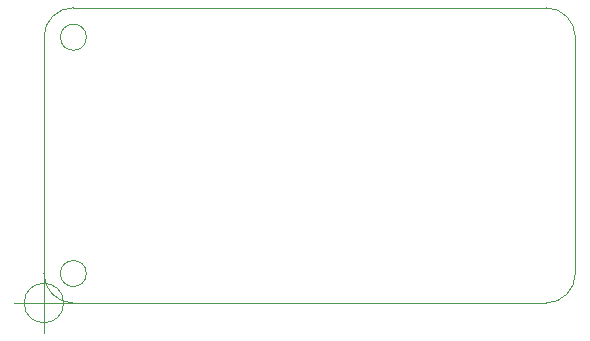
<source format=gm1>
G04 #@! TF.GenerationSoftware,KiCad,Pcbnew,(5.1.10)-1*
G04 #@! TF.CreationDate,2021-09-05T18:13:48+09:00*
G04 #@! TF.ProjectId,CellBalancing_BQ77915_5S,43656c6c-4261-46c6-916e-63696e675f42,rev?*
G04 #@! TF.SameCoordinates,Original*
G04 #@! TF.FileFunction,Profile,NP*
%FSLAX46Y46*%
G04 Gerber Fmt 4.6, Leading zero omitted, Abs format (unit mm)*
G04 Created by KiCad (PCBNEW (5.1.10)-1) date 2021-09-05 18:13:48*
%MOMM*%
%LPD*%
G01*
G04 APERTURE LIST*
G04 #@! TA.AperFunction,Profile*
%ADD10C,0.050000*%
G04 #@! TD*
G04 APERTURE END LIST*
D10*
X112666666Y-119000000D02*
G75*
G03*
X112666666Y-119000000I-1666666J0D01*
G01*
X108500000Y-119000000D02*
X113500000Y-119000000D01*
X111000000Y-116500000D02*
X111000000Y-121500000D01*
X156000000Y-116500000D02*
G75*
G02*
X153500000Y-119000000I-2500000J0D01*
G01*
X153500000Y-94000000D02*
G75*
G02*
X156000000Y-96500000I0J-2500000D01*
G01*
X113500000Y-119000000D02*
G75*
G02*
X111000000Y-116500000I0J2500000D01*
G01*
X111000000Y-96500000D02*
G75*
G02*
X113500000Y-94000000I2500000J0D01*
G01*
X114600000Y-116500000D02*
G75*
G03*
X114600000Y-116500000I-1100000J0D01*
G01*
X114600000Y-96500000D02*
G75*
G03*
X114600000Y-96500000I-1100000J0D01*
G01*
X153500000Y-94000000D02*
X113500000Y-94000000D01*
X156000000Y-116500000D02*
X156000000Y-96500000D01*
X113500000Y-119000000D02*
X153500000Y-119000000D01*
X111000000Y-96500000D02*
X111000000Y-116500000D01*
M02*

</source>
